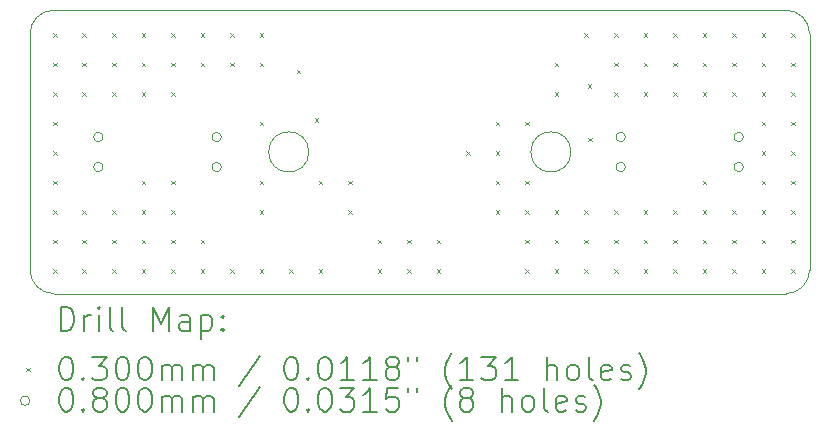
<source format=gbr>
%TF.GenerationSoftware,KiCad,Pcbnew,8.0.6*%
%TF.CreationDate,2025-03-21T23:17:01+00:00*%
%TF.ProjectId,imu_rc_car_encoders,696d755f-7263-45f6-9361-725f656e636f,rev?*%
%TF.SameCoordinates,Original*%
%TF.FileFunction,Drillmap*%
%TF.FilePolarity,Positive*%
%FSLAX45Y45*%
G04 Gerber Fmt 4.5, Leading zero omitted, Abs format (unit mm)*
G04 Created by KiCad (PCBNEW 8.0.6) date 2025-03-21 23:17:01*
%MOMM*%
%LPD*%
G01*
G04 APERTURE LIST*
%ADD10C,0.050000*%
%ADD11C,0.200000*%
%ADD12C,0.100000*%
G04 APERTURE END LIST*
D10*
X1441421Y-1241421D02*
X7641421Y-1241421D01*
X7641421Y-1241421D02*
G75*
G02*
X7841419Y-1441421I-1J-199999D01*
G01*
X3600991Y-2441431D02*
G75*
G02*
X3260991Y-2441431I-170000J0D01*
G01*
X3260991Y-2441431D02*
G75*
G02*
X3600991Y-2441431I170000J0D01*
G01*
X5820991Y-2441431D02*
G75*
G02*
X5480991Y-2441431I-170000J0D01*
G01*
X5480991Y-2441431D02*
G75*
G02*
X5820991Y-2441431I170000J0D01*
G01*
X1241421Y-3441421D02*
X1241421Y-1441421D01*
X1441421Y-3641421D02*
G75*
G02*
X1241419Y-3441421I-1J200001D01*
G01*
X1241421Y-1441421D02*
G75*
G02*
X1441421Y-1241421I200000J1D01*
G01*
X7841421Y-3441421D02*
G75*
G02*
X7641421Y-3641421I-200001J1D01*
G01*
X7841421Y-1441421D02*
X7841421Y-3441421D01*
X7641421Y-3641421D02*
X1441421Y-3641421D01*
D11*
D12*
X1435000Y-1435000D02*
X1465000Y-1465000D01*
X1465000Y-1435000D02*
X1435000Y-1465000D01*
X1435000Y-1685000D02*
X1465000Y-1715000D01*
X1465000Y-1685000D02*
X1435000Y-1715000D01*
X1435000Y-1935000D02*
X1465000Y-1965000D01*
X1465000Y-1935000D02*
X1435000Y-1965000D01*
X1435000Y-2185000D02*
X1465000Y-2215000D01*
X1465000Y-2185000D02*
X1435000Y-2215000D01*
X1435000Y-2435000D02*
X1465000Y-2465000D01*
X1465000Y-2435000D02*
X1435000Y-2465000D01*
X1435000Y-2685000D02*
X1465000Y-2715000D01*
X1465000Y-2685000D02*
X1435000Y-2715000D01*
X1435000Y-2935000D02*
X1465000Y-2965000D01*
X1465000Y-2935000D02*
X1435000Y-2965000D01*
X1435000Y-3185000D02*
X1465000Y-3215000D01*
X1465000Y-3185000D02*
X1435000Y-3215000D01*
X1435000Y-3435000D02*
X1465000Y-3465000D01*
X1465000Y-3435000D02*
X1435000Y-3465000D01*
X1685000Y-1435000D02*
X1715000Y-1465000D01*
X1715000Y-1435000D02*
X1685000Y-1465000D01*
X1685000Y-1685000D02*
X1715000Y-1715000D01*
X1715000Y-1685000D02*
X1685000Y-1715000D01*
X1685000Y-1935000D02*
X1715000Y-1965000D01*
X1715000Y-1935000D02*
X1685000Y-1965000D01*
X1685000Y-2935000D02*
X1715000Y-2965000D01*
X1715000Y-2935000D02*
X1685000Y-2965000D01*
X1685000Y-3185000D02*
X1715000Y-3215000D01*
X1715000Y-3185000D02*
X1685000Y-3215000D01*
X1685000Y-3435000D02*
X1715000Y-3465000D01*
X1715000Y-3435000D02*
X1685000Y-3465000D01*
X1935000Y-1435000D02*
X1965000Y-1465000D01*
X1965000Y-1435000D02*
X1935000Y-1465000D01*
X1935000Y-1685000D02*
X1965000Y-1715000D01*
X1965000Y-1685000D02*
X1935000Y-1715000D01*
X1935000Y-1935000D02*
X1965000Y-1965000D01*
X1965000Y-1935000D02*
X1935000Y-1965000D01*
X1935000Y-2935000D02*
X1965000Y-2965000D01*
X1965000Y-2935000D02*
X1935000Y-2965000D01*
X1935000Y-3185000D02*
X1965000Y-3215000D01*
X1965000Y-3185000D02*
X1935000Y-3215000D01*
X1935000Y-3435000D02*
X1965000Y-3465000D01*
X1965000Y-3435000D02*
X1935000Y-3465000D01*
X2185000Y-1435000D02*
X2215000Y-1465000D01*
X2215000Y-1435000D02*
X2185000Y-1465000D01*
X2185000Y-1685000D02*
X2215000Y-1715000D01*
X2215000Y-1685000D02*
X2185000Y-1715000D01*
X2185000Y-1935000D02*
X2215000Y-1965000D01*
X2215000Y-1935000D02*
X2185000Y-1965000D01*
X2185000Y-2685000D02*
X2215000Y-2715000D01*
X2215000Y-2685000D02*
X2185000Y-2715000D01*
X2185000Y-2935000D02*
X2215000Y-2965000D01*
X2215000Y-2935000D02*
X2185000Y-2965000D01*
X2185000Y-3185000D02*
X2215000Y-3215000D01*
X2215000Y-3185000D02*
X2185000Y-3215000D01*
X2185000Y-3435000D02*
X2215000Y-3465000D01*
X2215000Y-3435000D02*
X2185000Y-3465000D01*
X2435000Y-1435000D02*
X2465000Y-1465000D01*
X2465000Y-1435000D02*
X2435000Y-1465000D01*
X2435000Y-1685000D02*
X2465000Y-1715000D01*
X2465000Y-1685000D02*
X2435000Y-1715000D01*
X2435000Y-1935000D02*
X2465000Y-1965000D01*
X2465000Y-1935000D02*
X2435000Y-1965000D01*
X2435000Y-2685000D02*
X2465000Y-2715000D01*
X2465000Y-2685000D02*
X2435000Y-2715000D01*
X2435000Y-2935000D02*
X2465000Y-2965000D01*
X2465000Y-2935000D02*
X2435000Y-2965000D01*
X2435000Y-3185000D02*
X2465000Y-3215000D01*
X2465000Y-3185000D02*
X2435000Y-3215000D01*
X2435000Y-3435000D02*
X2465000Y-3465000D01*
X2465000Y-3435000D02*
X2435000Y-3465000D01*
X2685000Y-1435000D02*
X2715000Y-1465000D01*
X2715000Y-1435000D02*
X2685000Y-1465000D01*
X2685000Y-1685000D02*
X2715000Y-1715000D01*
X2715000Y-1685000D02*
X2685000Y-1715000D01*
X2685000Y-3185000D02*
X2715000Y-3215000D01*
X2715000Y-3185000D02*
X2685000Y-3215000D01*
X2685000Y-3435000D02*
X2715000Y-3465000D01*
X2715000Y-3435000D02*
X2685000Y-3465000D01*
X2935000Y-1435000D02*
X2965000Y-1465000D01*
X2965000Y-1435000D02*
X2935000Y-1465000D01*
X2935000Y-1685000D02*
X2965000Y-1715000D01*
X2965000Y-1685000D02*
X2935000Y-1715000D01*
X2935000Y-3435000D02*
X2965000Y-3465000D01*
X2965000Y-3435000D02*
X2935000Y-3465000D01*
X3185000Y-1435000D02*
X3215000Y-1465000D01*
X3215000Y-1435000D02*
X3185000Y-1465000D01*
X3185000Y-1685000D02*
X3215000Y-1715000D01*
X3215000Y-1685000D02*
X3185000Y-1715000D01*
X3185000Y-2185000D02*
X3215000Y-2215000D01*
X3215000Y-2185000D02*
X3185000Y-2215000D01*
X3185000Y-2685000D02*
X3215000Y-2715000D01*
X3215000Y-2685000D02*
X3185000Y-2715000D01*
X3185000Y-2935000D02*
X3215000Y-2965000D01*
X3215000Y-2935000D02*
X3185000Y-2965000D01*
X3185000Y-3435000D02*
X3215000Y-3465000D01*
X3215000Y-3435000D02*
X3185000Y-3465000D01*
X3435000Y-3435000D02*
X3465000Y-3465000D01*
X3465000Y-3435000D02*
X3435000Y-3465000D01*
X3498000Y-1747000D02*
X3528000Y-1777000D01*
X3528000Y-1747000D02*
X3498000Y-1777000D01*
X3651000Y-2157000D02*
X3681000Y-2187000D01*
X3681000Y-2157000D02*
X3651000Y-2187000D01*
X3685000Y-2685000D02*
X3715000Y-2715000D01*
X3715000Y-2685000D02*
X3685000Y-2715000D01*
X3685000Y-3435000D02*
X3715000Y-3465000D01*
X3715000Y-3435000D02*
X3685000Y-3465000D01*
X3935000Y-2685000D02*
X3965000Y-2715000D01*
X3965000Y-2685000D02*
X3935000Y-2715000D01*
X3935000Y-2935000D02*
X3965000Y-2965000D01*
X3965000Y-2935000D02*
X3935000Y-2965000D01*
X4185000Y-3185000D02*
X4215000Y-3215000D01*
X4215000Y-3185000D02*
X4185000Y-3215000D01*
X4185000Y-3435000D02*
X4215000Y-3465000D01*
X4215000Y-3435000D02*
X4185000Y-3465000D01*
X4435000Y-3185000D02*
X4465000Y-3215000D01*
X4465000Y-3185000D02*
X4435000Y-3215000D01*
X4435000Y-3435000D02*
X4465000Y-3465000D01*
X4465000Y-3435000D02*
X4435000Y-3465000D01*
X4685000Y-3185000D02*
X4715000Y-3215000D01*
X4715000Y-3185000D02*
X4685000Y-3215000D01*
X4685000Y-3435000D02*
X4715000Y-3465000D01*
X4715000Y-3435000D02*
X4685000Y-3465000D01*
X4935000Y-2435000D02*
X4965000Y-2465000D01*
X4965000Y-2435000D02*
X4935000Y-2465000D01*
X5185000Y-2185000D02*
X5215000Y-2215000D01*
X5215000Y-2185000D02*
X5185000Y-2215000D01*
X5185000Y-2435000D02*
X5215000Y-2465000D01*
X5215000Y-2435000D02*
X5185000Y-2465000D01*
X5185000Y-2685000D02*
X5215000Y-2715000D01*
X5215000Y-2685000D02*
X5185000Y-2715000D01*
X5185000Y-2935000D02*
X5215000Y-2965000D01*
X5215000Y-2935000D02*
X5185000Y-2965000D01*
X5435000Y-2185000D02*
X5465000Y-2215000D01*
X5465000Y-2185000D02*
X5435000Y-2215000D01*
X5435000Y-2685000D02*
X5465000Y-2715000D01*
X5465000Y-2685000D02*
X5435000Y-2715000D01*
X5435000Y-2935000D02*
X5465000Y-2965000D01*
X5465000Y-2935000D02*
X5435000Y-2965000D01*
X5435000Y-3185000D02*
X5465000Y-3215000D01*
X5465000Y-3185000D02*
X5435000Y-3215000D01*
X5435000Y-3435000D02*
X5465000Y-3465000D01*
X5465000Y-3435000D02*
X5435000Y-3465000D01*
X5685000Y-1685000D02*
X5715000Y-1715000D01*
X5715000Y-1685000D02*
X5685000Y-1715000D01*
X5685000Y-1935000D02*
X5715000Y-1965000D01*
X5715000Y-1935000D02*
X5685000Y-1965000D01*
X5685000Y-2935000D02*
X5715000Y-2965000D01*
X5715000Y-2935000D02*
X5685000Y-2965000D01*
X5685000Y-3185000D02*
X5715000Y-3215000D01*
X5715000Y-3185000D02*
X5685000Y-3215000D01*
X5685000Y-3435000D02*
X5715000Y-3465000D01*
X5715000Y-3435000D02*
X5685000Y-3465000D01*
X5935000Y-1435000D02*
X5965000Y-1465000D01*
X5965000Y-1435000D02*
X5935000Y-1465000D01*
X5935000Y-2935000D02*
X5965000Y-2965000D01*
X5965000Y-2935000D02*
X5935000Y-2965000D01*
X5935000Y-3185000D02*
X5965000Y-3215000D01*
X5965000Y-3185000D02*
X5935000Y-3215000D01*
X5935000Y-3435000D02*
X5965000Y-3465000D01*
X5965000Y-3435000D02*
X5935000Y-3465000D01*
X5961000Y-1869000D02*
X5991000Y-1899000D01*
X5991000Y-1869000D02*
X5961000Y-1899000D01*
X5967000Y-2323000D02*
X5997000Y-2353000D01*
X5997000Y-2323000D02*
X5967000Y-2353000D01*
X6185000Y-1435000D02*
X6215000Y-1465000D01*
X6215000Y-1435000D02*
X6185000Y-1465000D01*
X6185000Y-1685000D02*
X6215000Y-1715000D01*
X6215000Y-1685000D02*
X6185000Y-1715000D01*
X6185000Y-1935000D02*
X6215000Y-1965000D01*
X6215000Y-1935000D02*
X6185000Y-1965000D01*
X6185000Y-2935000D02*
X6215000Y-2965000D01*
X6215000Y-2935000D02*
X6185000Y-2965000D01*
X6185000Y-3185000D02*
X6215000Y-3215000D01*
X6215000Y-3185000D02*
X6185000Y-3215000D01*
X6185000Y-3435000D02*
X6215000Y-3465000D01*
X6215000Y-3435000D02*
X6185000Y-3465000D01*
X6435000Y-1435000D02*
X6465000Y-1465000D01*
X6465000Y-1435000D02*
X6435000Y-1465000D01*
X6435000Y-1685000D02*
X6465000Y-1715000D01*
X6465000Y-1685000D02*
X6435000Y-1715000D01*
X6435000Y-1935000D02*
X6465000Y-1965000D01*
X6465000Y-1935000D02*
X6435000Y-1965000D01*
X6435000Y-2935000D02*
X6465000Y-2965000D01*
X6465000Y-2935000D02*
X6435000Y-2965000D01*
X6435000Y-3185000D02*
X6465000Y-3215000D01*
X6465000Y-3185000D02*
X6435000Y-3215000D01*
X6435000Y-3435000D02*
X6465000Y-3465000D01*
X6465000Y-3435000D02*
X6435000Y-3465000D01*
X6685000Y-1435000D02*
X6715000Y-1465000D01*
X6715000Y-1435000D02*
X6685000Y-1465000D01*
X6685000Y-1685000D02*
X6715000Y-1715000D01*
X6715000Y-1685000D02*
X6685000Y-1715000D01*
X6685000Y-1935000D02*
X6715000Y-1965000D01*
X6715000Y-1935000D02*
X6685000Y-1965000D01*
X6685000Y-2935000D02*
X6715000Y-2965000D01*
X6715000Y-2935000D02*
X6685000Y-2965000D01*
X6685000Y-3185000D02*
X6715000Y-3215000D01*
X6715000Y-3185000D02*
X6685000Y-3215000D01*
X6685000Y-3435000D02*
X6715000Y-3465000D01*
X6715000Y-3435000D02*
X6685000Y-3465000D01*
X6935000Y-1435000D02*
X6965000Y-1465000D01*
X6965000Y-1435000D02*
X6935000Y-1465000D01*
X6935000Y-1685000D02*
X6965000Y-1715000D01*
X6965000Y-1685000D02*
X6935000Y-1715000D01*
X6935000Y-1935000D02*
X6965000Y-1965000D01*
X6965000Y-1935000D02*
X6935000Y-1965000D01*
X6935000Y-2685000D02*
X6965000Y-2715000D01*
X6965000Y-2685000D02*
X6935000Y-2715000D01*
X6935000Y-2935000D02*
X6965000Y-2965000D01*
X6965000Y-2935000D02*
X6935000Y-2965000D01*
X6935000Y-3185000D02*
X6965000Y-3215000D01*
X6965000Y-3185000D02*
X6935000Y-3215000D01*
X6935000Y-3435000D02*
X6965000Y-3465000D01*
X6965000Y-3435000D02*
X6935000Y-3465000D01*
X7185000Y-1435000D02*
X7215000Y-1465000D01*
X7215000Y-1435000D02*
X7185000Y-1465000D01*
X7185000Y-1685000D02*
X7215000Y-1715000D01*
X7215000Y-1685000D02*
X7185000Y-1715000D01*
X7185000Y-1935000D02*
X7215000Y-1965000D01*
X7215000Y-1935000D02*
X7185000Y-1965000D01*
X7185000Y-2935000D02*
X7215000Y-2965000D01*
X7215000Y-2935000D02*
X7185000Y-2965000D01*
X7185000Y-3185000D02*
X7215000Y-3215000D01*
X7215000Y-3185000D02*
X7185000Y-3215000D01*
X7185000Y-3435000D02*
X7215000Y-3465000D01*
X7215000Y-3435000D02*
X7185000Y-3465000D01*
X7435000Y-1435000D02*
X7465000Y-1465000D01*
X7465000Y-1435000D02*
X7435000Y-1465000D01*
X7435000Y-1685000D02*
X7465000Y-1715000D01*
X7465000Y-1685000D02*
X7435000Y-1715000D01*
X7435000Y-1935000D02*
X7465000Y-1965000D01*
X7465000Y-1935000D02*
X7435000Y-1965000D01*
X7435000Y-2185000D02*
X7465000Y-2215000D01*
X7465000Y-2185000D02*
X7435000Y-2215000D01*
X7435000Y-2435000D02*
X7465000Y-2465000D01*
X7465000Y-2435000D02*
X7435000Y-2465000D01*
X7435000Y-2685000D02*
X7465000Y-2715000D01*
X7465000Y-2685000D02*
X7435000Y-2715000D01*
X7435000Y-2935000D02*
X7465000Y-2965000D01*
X7465000Y-2935000D02*
X7435000Y-2965000D01*
X7435000Y-3185000D02*
X7465000Y-3215000D01*
X7465000Y-3185000D02*
X7435000Y-3215000D01*
X7435000Y-3435000D02*
X7465000Y-3465000D01*
X7465000Y-3435000D02*
X7435000Y-3465000D01*
X7685000Y-1435000D02*
X7715000Y-1465000D01*
X7715000Y-1435000D02*
X7685000Y-1465000D01*
X7685000Y-1685000D02*
X7715000Y-1715000D01*
X7715000Y-1685000D02*
X7685000Y-1715000D01*
X7685000Y-1935000D02*
X7715000Y-1965000D01*
X7715000Y-1935000D02*
X7685000Y-1965000D01*
X7685000Y-2185000D02*
X7715000Y-2215000D01*
X7715000Y-2185000D02*
X7685000Y-2215000D01*
X7685000Y-2435000D02*
X7715000Y-2465000D01*
X7715000Y-2435000D02*
X7685000Y-2465000D01*
X7685000Y-2685000D02*
X7715000Y-2715000D01*
X7715000Y-2685000D02*
X7685000Y-2715000D01*
X7685000Y-2935000D02*
X7715000Y-2965000D01*
X7715000Y-2935000D02*
X7685000Y-2965000D01*
X7685000Y-3185000D02*
X7715000Y-3215000D01*
X7715000Y-3185000D02*
X7685000Y-3215000D01*
X7685000Y-3435000D02*
X7715000Y-3465000D01*
X7715000Y-3435000D02*
X7685000Y-3465000D01*
X1860000Y-2315263D02*
G75*
G02*
X1780000Y-2315263I-40000J0D01*
G01*
X1780000Y-2315263D02*
G75*
G02*
X1860000Y-2315263I40000J0D01*
G01*
X1860000Y-2569263D02*
G75*
G02*
X1780000Y-2569263I-40000J0D01*
G01*
X1780000Y-2569263D02*
G75*
G02*
X1860000Y-2569263I40000J0D01*
G01*
X2860000Y-2315263D02*
G75*
G02*
X2780000Y-2315263I-40000J0D01*
G01*
X2780000Y-2315263D02*
G75*
G02*
X2860000Y-2315263I40000J0D01*
G01*
X2860000Y-2569263D02*
G75*
G02*
X2780000Y-2569263I-40000J0D01*
G01*
X2780000Y-2569263D02*
G75*
G02*
X2860000Y-2569263I40000J0D01*
G01*
X6280661Y-2315263D02*
G75*
G02*
X6200661Y-2315263I-40000J0D01*
G01*
X6200661Y-2315263D02*
G75*
G02*
X6280661Y-2315263I40000J0D01*
G01*
X6280661Y-2569263D02*
G75*
G02*
X6200661Y-2569263I-40000J0D01*
G01*
X6200661Y-2569263D02*
G75*
G02*
X6280661Y-2569263I40000J0D01*
G01*
X7280661Y-2315263D02*
G75*
G02*
X7200661Y-2315263I-40000J0D01*
G01*
X7200661Y-2315263D02*
G75*
G02*
X7280661Y-2315263I40000J0D01*
G01*
X7280661Y-2569263D02*
G75*
G02*
X7200661Y-2569263I-40000J0D01*
G01*
X7200661Y-2569263D02*
G75*
G02*
X7280661Y-2569263I40000J0D01*
G01*
D11*
X1499698Y-3955405D02*
X1499698Y-3755405D01*
X1499698Y-3755405D02*
X1547317Y-3755405D01*
X1547317Y-3755405D02*
X1575889Y-3764929D01*
X1575889Y-3764929D02*
X1594936Y-3783977D01*
X1594936Y-3783977D02*
X1604460Y-3803024D01*
X1604460Y-3803024D02*
X1613984Y-3841119D01*
X1613984Y-3841119D02*
X1613984Y-3869691D01*
X1613984Y-3869691D02*
X1604460Y-3907786D01*
X1604460Y-3907786D02*
X1594936Y-3926834D01*
X1594936Y-3926834D02*
X1575889Y-3945881D01*
X1575889Y-3945881D02*
X1547317Y-3955405D01*
X1547317Y-3955405D02*
X1499698Y-3955405D01*
X1699698Y-3955405D02*
X1699698Y-3822072D01*
X1699698Y-3860167D02*
X1709222Y-3841119D01*
X1709222Y-3841119D02*
X1718746Y-3831596D01*
X1718746Y-3831596D02*
X1737793Y-3822072D01*
X1737793Y-3822072D02*
X1756841Y-3822072D01*
X1823508Y-3955405D02*
X1823508Y-3822072D01*
X1823508Y-3755405D02*
X1813984Y-3764929D01*
X1813984Y-3764929D02*
X1823508Y-3774453D01*
X1823508Y-3774453D02*
X1833031Y-3764929D01*
X1833031Y-3764929D02*
X1823508Y-3755405D01*
X1823508Y-3755405D02*
X1823508Y-3774453D01*
X1947317Y-3955405D02*
X1928270Y-3945881D01*
X1928270Y-3945881D02*
X1918746Y-3926834D01*
X1918746Y-3926834D02*
X1918746Y-3755405D01*
X2052079Y-3955405D02*
X2033031Y-3945881D01*
X2033031Y-3945881D02*
X2023508Y-3926834D01*
X2023508Y-3926834D02*
X2023508Y-3755405D01*
X2280651Y-3955405D02*
X2280651Y-3755405D01*
X2280651Y-3755405D02*
X2347317Y-3898262D01*
X2347317Y-3898262D02*
X2413984Y-3755405D01*
X2413984Y-3755405D02*
X2413984Y-3955405D01*
X2594936Y-3955405D02*
X2594936Y-3850643D01*
X2594936Y-3850643D02*
X2585413Y-3831596D01*
X2585413Y-3831596D02*
X2566365Y-3822072D01*
X2566365Y-3822072D02*
X2528270Y-3822072D01*
X2528270Y-3822072D02*
X2509222Y-3831596D01*
X2594936Y-3945881D02*
X2575889Y-3955405D01*
X2575889Y-3955405D02*
X2528270Y-3955405D01*
X2528270Y-3955405D02*
X2509222Y-3945881D01*
X2509222Y-3945881D02*
X2499698Y-3926834D01*
X2499698Y-3926834D02*
X2499698Y-3907786D01*
X2499698Y-3907786D02*
X2509222Y-3888738D01*
X2509222Y-3888738D02*
X2528270Y-3879215D01*
X2528270Y-3879215D02*
X2575889Y-3879215D01*
X2575889Y-3879215D02*
X2594936Y-3869691D01*
X2690174Y-3822072D02*
X2690174Y-4022072D01*
X2690174Y-3831596D02*
X2709222Y-3822072D01*
X2709222Y-3822072D02*
X2747317Y-3822072D01*
X2747317Y-3822072D02*
X2766365Y-3831596D01*
X2766365Y-3831596D02*
X2775889Y-3841119D01*
X2775889Y-3841119D02*
X2785413Y-3860167D01*
X2785413Y-3860167D02*
X2785413Y-3917310D01*
X2785413Y-3917310D02*
X2775889Y-3936357D01*
X2775889Y-3936357D02*
X2766365Y-3945881D01*
X2766365Y-3945881D02*
X2747317Y-3955405D01*
X2747317Y-3955405D02*
X2709222Y-3955405D01*
X2709222Y-3955405D02*
X2690174Y-3945881D01*
X2871127Y-3936357D02*
X2880651Y-3945881D01*
X2880651Y-3945881D02*
X2871127Y-3955405D01*
X2871127Y-3955405D02*
X2861603Y-3945881D01*
X2861603Y-3945881D02*
X2871127Y-3936357D01*
X2871127Y-3936357D02*
X2871127Y-3955405D01*
X2871127Y-3831596D02*
X2880651Y-3841119D01*
X2880651Y-3841119D02*
X2871127Y-3850643D01*
X2871127Y-3850643D02*
X2861603Y-3841119D01*
X2861603Y-3841119D02*
X2871127Y-3831596D01*
X2871127Y-3831596D02*
X2871127Y-3850643D01*
D12*
X1208921Y-4268921D02*
X1238921Y-4298921D01*
X1238921Y-4268921D02*
X1208921Y-4298921D01*
D11*
X1537793Y-4175405D02*
X1556841Y-4175405D01*
X1556841Y-4175405D02*
X1575889Y-4184929D01*
X1575889Y-4184929D02*
X1585412Y-4194453D01*
X1585412Y-4194453D02*
X1594936Y-4213500D01*
X1594936Y-4213500D02*
X1604460Y-4251596D01*
X1604460Y-4251596D02*
X1604460Y-4299215D01*
X1604460Y-4299215D02*
X1594936Y-4337310D01*
X1594936Y-4337310D02*
X1585412Y-4356358D01*
X1585412Y-4356358D02*
X1575889Y-4365881D01*
X1575889Y-4365881D02*
X1556841Y-4375405D01*
X1556841Y-4375405D02*
X1537793Y-4375405D01*
X1537793Y-4375405D02*
X1518746Y-4365881D01*
X1518746Y-4365881D02*
X1509222Y-4356358D01*
X1509222Y-4356358D02*
X1499698Y-4337310D01*
X1499698Y-4337310D02*
X1490174Y-4299215D01*
X1490174Y-4299215D02*
X1490174Y-4251596D01*
X1490174Y-4251596D02*
X1499698Y-4213500D01*
X1499698Y-4213500D02*
X1509222Y-4194453D01*
X1509222Y-4194453D02*
X1518746Y-4184929D01*
X1518746Y-4184929D02*
X1537793Y-4175405D01*
X1690174Y-4356358D02*
X1699698Y-4365881D01*
X1699698Y-4365881D02*
X1690174Y-4375405D01*
X1690174Y-4375405D02*
X1680651Y-4365881D01*
X1680651Y-4365881D02*
X1690174Y-4356358D01*
X1690174Y-4356358D02*
X1690174Y-4375405D01*
X1766365Y-4175405D02*
X1890174Y-4175405D01*
X1890174Y-4175405D02*
X1823508Y-4251596D01*
X1823508Y-4251596D02*
X1852079Y-4251596D01*
X1852079Y-4251596D02*
X1871127Y-4261119D01*
X1871127Y-4261119D02*
X1880651Y-4270643D01*
X1880651Y-4270643D02*
X1890174Y-4289691D01*
X1890174Y-4289691D02*
X1890174Y-4337310D01*
X1890174Y-4337310D02*
X1880651Y-4356358D01*
X1880651Y-4356358D02*
X1871127Y-4365881D01*
X1871127Y-4365881D02*
X1852079Y-4375405D01*
X1852079Y-4375405D02*
X1794936Y-4375405D01*
X1794936Y-4375405D02*
X1775889Y-4365881D01*
X1775889Y-4365881D02*
X1766365Y-4356358D01*
X2013984Y-4175405D02*
X2033032Y-4175405D01*
X2033032Y-4175405D02*
X2052079Y-4184929D01*
X2052079Y-4184929D02*
X2061603Y-4194453D01*
X2061603Y-4194453D02*
X2071127Y-4213500D01*
X2071127Y-4213500D02*
X2080651Y-4251596D01*
X2080651Y-4251596D02*
X2080651Y-4299215D01*
X2080651Y-4299215D02*
X2071127Y-4337310D01*
X2071127Y-4337310D02*
X2061603Y-4356358D01*
X2061603Y-4356358D02*
X2052079Y-4365881D01*
X2052079Y-4365881D02*
X2033032Y-4375405D01*
X2033032Y-4375405D02*
X2013984Y-4375405D01*
X2013984Y-4375405D02*
X1994936Y-4365881D01*
X1994936Y-4365881D02*
X1985412Y-4356358D01*
X1985412Y-4356358D02*
X1975889Y-4337310D01*
X1975889Y-4337310D02*
X1966365Y-4299215D01*
X1966365Y-4299215D02*
X1966365Y-4251596D01*
X1966365Y-4251596D02*
X1975889Y-4213500D01*
X1975889Y-4213500D02*
X1985412Y-4194453D01*
X1985412Y-4194453D02*
X1994936Y-4184929D01*
X1994936Y-4184929D02*
X2013984Y-4175405D01*
X2204460Y-4175405D02*
X2223508Y-4175405D01*
X2223508Y-4175405D02*
X2242555Y-4184929D01*
X2242555Y-4184929D02*
X2252079Y-4194453D01*
X2252079Y-4194453D02*
X2261603Y-4213500D01*
X2261603Y-4213500D02*
X2271127Y-4251596D01*
X2271127Y-4251596D02*
X2271127Y-4299215D01*
X2271127Y-4299215D02*
X2261603Y-4337310D01*
X2261603Y-4337310D02*
X2252079Y-4356358D01*
X2252079Y-4356358D02*
X2242555Y-4365881D01*
X2242555Y-4365881D02*
X2223508Y-4375405D01*
X2223508Y-4375405D02*
X2204460Y-4375405D01*
X2204460Y-4375405D02*
X2185413Y-4365881D01*
X2185413Y-4365881D02*
X2175889Y-4356358D01*
X2175889Y-4356358D02*
X2166365Y-4337310D01*
X2166365Y-4337310D02*
X2156841Y-4299215D01*
X2156841Y-4299215D02*
X2156841Y-4251596D01*
X2156841Y-4251596D02*
X2166365Y-4213500D01*
X2166365Y-4213500D02*
X2175889Y-4194453D01*
X2175889Y-4194453D02*
X2185413Y-4184929D01*
X2185413Y-4184929D02*
X2204460Y-4175405D01*
X2356841Y-4375405D02*
X2356841Y-4242072D01*
X2356841Y-4261119D02*
X2366365Y-4251596D01*
X2366365Y-4251596D02*
X2385413Y-4242072D01*
X2385413Y-4242072D02*
X2413984Y-4242072D01*
X2413984Y-4242072D02*
X2433032Y-4251596D01*
X2433032Y-4251596D02*
X2442555Y-4270643D01*
X2442555Y-4270643D02*
X2442555Y-4375405D01*
X2442555Y-4270643D02*
X2452079Y-4251596D01*
X2452079Y-4251596D02*
X2471127Y-4242072D01*
X2471127Y-4242072D02*
X2499698Y-4242072D01*
X2499698Y-4242072D02*
X2518746Y-4251596D01*
X2518746Y-4251596D02*
X2528270Y-4270643D01*
X2528270Y-4270643D02*
X2528270Y-4375405D01*
X2623508Y-4375405D02*
X2623508Y-4242072D01*
X2623508Y-4261119D02*
X2633032Y-4251596D01*
X2633032Y-4251596D02*
X2652079Y-4242072D01*
X2652079Y-4242072D02*
X2680651Y-4242072D01*
X2680651Y-4242072D02*
X2699698Y-4251596D01*
X2699698Y-4251596D02*
X2709222Y-4270643D01*
X2709222Y-4270643D02*
X2709222Y-4375405D01*
X2709222Y-4270643D02*
X2718746Y-4251596D01*
X2718746Y-4251596D02*
X2737794Y-4242072D01*
X2737794Y-4242072D02*
X2766365Y-4242072D01*
X2766365Y-4242072D02*
X2785413Y-4251596D01*
X2785413Y-4251596D02*
X2794936Y-4270643D01*
X2794936Y-4270643D02*
X2794936Y-4375405D01*
X3185413Y-4165881D02*
X3013984Y-4423024D01*
X3442555Y-4175405D02*
X3461603Y-4175405D01*
X3461603Y-4175405D02*
X3480651Y-4184929D01*
X3480651Y-4184929D02*
X3490175Y-4194453D01*
X3490175Y-4194453D02*
X3499698Y-4213500D01*
X3499698Y-4213500D02*
X3509222Y-4251596D01*
X3509222Y-4251596D02*
X3509222Y-4299215D01*
X3509222Y-4299215D02*
X3499698Y-4337310D01*
X3499698Y-4337310D02*
X3490175Y-4356358D01*
X3490175Y-4356358D02*
X3480651Y-4365881D01*
X3480651Y-4365881D02*
X3461603Y-4375405D01*
X3461603Y-4375405D02*
X3442555Y-4375405D01*
X3442555Y-4375405D02*
X3423508Y-4365881D01*
X3423508Y-4365881D02*
X3413984Y-4356358D01*
X3413984Y-4356358D02*
X3404460Y-4337310D01*
X3404460Y-4337310D02*
X3394936Y-4299215D01*
X3394936Y-4299215D02*
X3394936Y-4251596D01*
X3394936Y-4251596D02*
X3404460Y-4213500D01*
X3404460Y-4213500D02*
X3413984Y-4194453D01*
X3413984Y-4194453D02*
X3423508Y-4184929D01*
X3423508Y-4184929D02*
X3442555Y-4175405D01*
X3594936Y-4356358D02*
X3604460Y-4365881D01*
X3604460Y-4365881D02*
X3594936Y-4375405D01*
X3594936Y-4375405D02*
X3585413Y-4365881D01*
X3585413Y-4365881D02*
X3594936Y-4356358D01*
X3594936Y-4356358D02*
X3594936Y-4375405D01*
X3728270Y-4175405D02*
X3747317Y-4175405D01*
X3747317Y-4175405D02*
X3766365Y-4184929D01*
X3766365Y-4184929D02*
X3775889Y-4194453D01*
X3775889Y-4194453D02*
X3785413Y-4213500D01*
X3785413Y-4213500D02*
X3794936Y-4251596D01*
X3794936Y-4251596D02*
X3794936Y-4299215D01*
X3794936Y-4299215D02*
X3785413Y-4337310D01*
X3785413Y-4337310D02*
X3775889Y-4356358D01*
X3775889Y-4356358D02*
X3766365Y-4365881D01*
X3766365Y-4365881D02*
X3747317Y-4375405D01*
X3747317Y-4375405D02*
X3728270Y-4375405D01*
X3728270Y-4375405D02*
X3709222Y-4365881D01*
X3709222Y-4365881D02*
X3699698Y-4356358D01*
X3699698Y-4356358D02*
X3690175Y-4337310D01*
X3690175Y-4337310D02*
X3680651Y-4299215D01*
X3680651Y-4299215D02*
X3680651Y-4251596D01*
X3680651Y-4251596D02*
X3690175Y-4213500D01*
X3690175Y-4213500D02*
X3699698Y-4194453D01*
X3699698Y-4194453D02*
X3709222Y-4184929D01*
X3709222Y-4184929D02*
X3728270Y-4175405D01*
X3985413Y-4375405D02*
X3871127Y-4375405D01*
X3928270Y-4375405D02*
X3928270Y-4175405D01*
X3928270Y-4175405D02*
X3909222Y-4203977D01*
X3909222Y-4203977D02*
X3890175Y-4223024D01*
X3890175Y-4223024D02*
X3871127Y-4232548D01*
X4175889Y-4375405D02*
X4061603Y-4375405D01*
X4118746Y-4375405D02*
X4118746Y-4175405D01*
X4118746Y-4175405D02*
X4099698Y-4203977D01*
X4099698Y-4203977D02*
X4080651Y-4223024D01*
X4080651Y-4223024D02*
X4061603Y-4232548D01*
X4290175Y-4261119D02*
X4271127Y-4251596D01*
X4271127Y-4251596D02*
X4261603Y-4242072D01*
X4261603Y-4242072D02*
X4252079Y-4223024D01*
X4252079Y-4223024D02*
X4252079Y-4213500D01*
X4252079Y-4213500D02*
X4261603Y-4194453D01*
X4261603Y-4194453D02*
X4271127Y-4184929D01*
X4271127Y-4184929D02*
X4290175Y-4175405D01*
X4290175Y-4175405D02*
X4328270Y-4175405D01*
X4328270Y-4175405D02*
X4347318Y-4184929D01*
X4347318Y-4184929D02*
X4356841Y-4194453D01*
X4356841Y-4194453D02*
X4366365Y-4213500D01*
X4366365Y-4213500D02*
X4366365Y-4223024D01*
X4366365Y-4223024D02*
X4356841Y-4242072D01*
X4356841Y-4242072D02*
X4347318Y-4251596D01*
X4347318Y-4251596D02*
X4328270Y-4261119D01*
X4328270Y-4261119D02*
X4290175Y-4261119D01*
X4290175Y-4261119D02*
X4271127Y-4270643D01*
X4271127Y-4270643D02*
X4261603Y-4280167D01*
X4261603Y-4280167D02*
X4252079Y-4299215D01*
X4252079Y-4299215D02*
X4252079Y-4337310D01*
X4252079Y-4337310D02*
X4261603Y-4356358D01*
X4261603Y-4356358D02*
X4271127Y-4365881D01*
X4271127Y-4365881D02*
X4290175Y-4375405D01*
X4290175Y-4375405D02*
X4328270Y-4375405D01*
X4328270Y-4375405D02*
X4347318Y-4365881D01*
X4347318Y-4365881D02*
X4356841Y-4356358D01*
X4356841Y-4356358D02*
X4366365Y-4337310D01*
X4366365Y-4337310D02*
X4366365Y-4299215D01*
X4366365Y-4299215D02*
X4356841Y-4280167D01*
X4356841Y-4280167D02*
X4347318Y-4270643D01*
X4347318Y-4270643D02*
X4328270Y-4261119D01*
X4442556Y-4175405D02*
X4442556Y-4213500D01*
X4518746Y-4175405D02*
X4518746Y-4213500D01*
X4813984Y-4451596D02*
X4804460Y-4442072D01*
X4804460Y-4442072D02*
X4785413Y-4413500D01*
X4785413Y-4413500D02*
X4775889Y-4394453D01*
X4775889Y-4394453D02*
X4766365Y-4365881D01*
X4766365Y-4365881D02*
X4756841Y-4318262D01*
X4756841Y-4318262D02*
X4756841Y-4280167D01*
X4756841Y-4280167D02*
X4766365Y-4232548D01*
X4766365Y-4232548D02*
X4775889Y-4203977D01*
X4775889Y-4203977D02*
X4785413Y-4184929D01*
X4785413Y-4184929D02*
X4804460Y-4156357D01*
X4804460Y-4156357D02*
X4813984Y-4146834D01*
X4994937Y-4375405D02*
X4880651Y-4375405D01*
X4937794Y-4375405D02*
X4937794Y-4175405D01*
X4937794Y-4175405D02*
X4918746Y-4203977D01*
X4918746Y-4203977D02*
X4899699Y-4223024D01*
X4899699Y-4223024D02*
X4880651Y-4232548D01*
X5061603Y-4175405D02*
X5185413Y-4175405D01*
X5185413Y-4175405D02*
X5118746Y-4251596D01*
X5118746Y-4251596D02*
X5147318Y-4251596D01*
X5147318Y-4251596D02*
X5166365Y-4261119D01*
X5166365Y-4261119D02*
X5175889Y-4270643D01*
X5175889Y-4270643D02*
X5185413Y-4289691D01*
X5185413Y-4289691D02*
X5185413Y-4337310D01*
X5185413Y-4337310D02*
X5175889Y-4356358D01*
X5175889Y-4356358D02*
X5166365Y-4365881D01*
X5166365Y-4365881D02*
X5147318Y-4375405D01*
X5147318Y-4375405D02*
X5090175Y-4375405D01*
X5090175Y-4375405D02*
X5071127Y-4365881D01*
X5071127Y-4365881D02*
X5061603Y-4356358D01*
X5375889Y-4375405D02*
X5261603Y-4375405D01*
X5318746Y-4375405D02*
X5318746Y-4175405D01*
X5318746Y-4175405D02*
X5299699Y-4203977D01*
X5299699Y-4203977D02*
X5280651Y-4223024D01*
X5280651Y-4223024D02*
X5261603Y-4232548D01*
X5613984Y-4375405D02*
X5613984Y-4175405D01*
X5699699Y-4375405D02*
X5699699Y-4270643D01*
X5699699Y-4270643D02*
X5690175Y-4251596D01*
X5690175Y-4251596D02*
X5671127Y-4242072D01*
X5671127Y-4242072D02*
X5642556Y-4242072D01*
X5642556Y-4242072D02*
X5623508Y-4251596D01*
X5623508Y-4251596D02*
X5613984Y-4261119D01*
X5823508Y-4375405D02*
X5804460Y-4365881D01*
X5804460Y-4365881D02*
X5794937Y-4356358D01*
X5794937Y-4356358D02*
X5785413Y-4337310D01*
X5785413Y-4337310D02*
X5785413Y-4280167D01*
X5785413Y-4280167D02*
X5794937Y-4261119D01*
X5794937Y-4261119D02*
X5804460Y-4251596D01*
X5804460Y-4251596D02*
X5823508Y-4242072D01*
X5823508Y-4242072D02*
X5852080Y-4242072D01*
X5852080Y-4242072D02*
X5871127Y-4251596D01*
X5871127Y-4251596D02*
X5880651Y-4261119D01*
X5880651Y-4261119D02*
X5890175Y-4280167D01*
X5890175Y-4280167D02*
X5890175Y-4337310D01*
X5890175Y-4337310D02*
X5880651Y-4356358D01*
X5880651Y-4356358D02*
X5871127Y-4365881D01*
X5871127Y-4365881D02*
X5852080Y-4375405D01*
X5852080Y-4375405D02*
X5823508Y-4375405D01*
X6004460Y-4375405D02*
X5985413Y-4365881D01*
X5985413Y-4365881D02*
X5975889Y-4346834D01*
X5975889Y-4346834D02*
X5975889Y-4175405D01*
X6156841Y-4365881D02*
X6137794Y-4375405D01*
X6137794Y-4375405D02*
X6099699Y-4375405D01*
X6099699Y-4375405D02*
X6080651Y-4365881D01*
X6080651Y-4365881D02*
X6071127Y-4346834D01*
X6071127Y-4346834D02*
X6071127Y-4270643D01*
X6071127Y-4270643D02*
X6080651Y-4251596D01*
X6080651Y-4251596D02*
X6099699Y-4242072D01*
X6099699Y-4242072D02*
X6137794Y-4242072D01*
X6137794Y-4242072D02*
X6156841Y-4251596D01*
X6156841Y-4251596D02*
X6166365Y-4270643D01*
X6166365Y-4270643D02*
X6166365Y-4289691D01*
X6166365Y-4289691D02*
X6071127Y-4308739D01*
X6242556Y-4365881D02*
X6261603Y-4375405D01*
X6261603Y-4375405D02*
X6299699Y-4375405D01*
X6299699Y-4375405D02*
X6318746Y-4365881D01*
X6318746Y-4365881D02*
X6328270Y-4346834D01*
X6328270Y-4346834D02*
X6328270Y-4337310D01*
X6328270Y-4337310D02*
X6318746Y-4318262D01*
X6318746Y-4318262D02*
X6299699Y-4308739D01*
X6299699Y-4308739D02*
X6271127Y-4308739D01*
X6271127Y-4308739D02*
X6252080Y-4299215D01*
X6252080Y-4299215D02*
X6242556Y-4280167D01*
X6242556Y-4280167D02*
X6242556Y-4270643D01*
X6242556Y-4270643D02*
X6252080Y-4251596D01*
X6252080Y-4251596D02*
X6271127Y-4242072D01*
X6271127Y-4242072D02*
X6299699Y-4242072D01*
X6299699Y-4242072D02*
X6318746Y-4251596D01*
X6394937Y-4451596D02*
X6404461Y-4442072D01*
X6404461Y-4442072D02*
X6423508Y-4413500D01*
X6423508Y-4413500D02*
X6433032Y-4394453D01*
X6433032Y-4394453D02*
X6442556Y-4365881D01*
X6442556Y-4365881D02*
X6452080Y-4318262D01*
X6452080Y-4318262D02*
X6452080Y-4280167D01*
X6452080Y-4280167D02*
X6442556Y-4232548D01*
X6442556Y-4232548D02*
X6433032Y-4203977D01*
X6433032Y-4203977D02*
X6423508Y-4184929D01*
X6423508Y-4184929D02*
X6404461Y-4156357D01*
X6404461Y-4156357D02*
X6394937Y-4146834D01*
D12*
X1238921Y-4547921D02*
G75*
G02*
X1158921Y-4547921I-40000J0D01*
G01*
X1158921Y-4547921D02*
G75*
G02*
X1238921Y-4547921I40000J0D01*
G01*
D11*
X1537793Y-4439405D02*
X1556841Y-4439405D01*
X1556841Y-4439405D02*
X1575889Y-4448929D01*
X1575889Y-4448929D02*
X1585412Y-4458453D01*
X1585412Y-4458453D02*
X1594936Y-4477500D01*
X1594936Y-4477500D02*
X1604460Y-4515596D01*
X1604460Y-4515596D02*
X1604460Y-4563215D01*
X1604460Y-4563215D02*
X1594936Y-4601310D01*
X1594936Y-4601310D02*
X1585412Y-4620358D01*
X1585412Y-4620358D02*
X1575889Y-4629881D01*
X1575889Y-4629881D02*
X1556841Y-4639405D01*
X1556841Y-4639405D02*
X1537793Y-4639405D01*
X1537793Y-4639405D02*
X1518746Y-4629881D01*
X1518746Y-4629881D02*
X1509222Y-4620358D01*
X1509222Y-4620358D02*
X1499698Y-4601310D01*
X1499698Y-4601310D02*
X1490174Y-4563215D01*
X1490174Y-4563215D02*
X1490174Y-4515596D01*
X1490174Y-4515596D02*
X1499698Y-4477500D01*
X1499698Y-4477500D02*
X1509222Y-4458453D01*
X1509222Y-4458453D02*
X1518746Y-4448929D01*
X1518746Y-4448929D02*
X1537793Y-4439405D01*
X1690174Y-4620358D02*
X1699698Y-4629881D01*
X1699698Y-4629881D02*
X1690174Y-4639405D01*
X1690174Y-4639405D02*
X1680651Y-4629881D01*
X1680651Y-4629881D02*
X1690174Y-4620358D01*
X1690174Y-4620358D02*
X1690174Y-4639405D01*
X1813984Y-4525119D02*
X1794936Y-4515596D01*
X1794936Y-4515596D02*
X1785412Y-4506072D01*
X1785412Y-4506072D02*
X1775889Y-4487024D01*
X1775889Y-4487024D02*
X1775889Y-4477500D01*
X1775889Y-4477500D02*
X1785412Y-4458453D01*
X1785412Y-4458453D02*
X1794936Y-4448929D01*
X1794936Y-4448929D02*
X1813984Y-4439405D01*
X1813984Y-4439405D02*
X1852079Y-4439405D01*
X1852079Y-4439405D02*
X1871127Y-4448929D01*
X1871127Y-4448929D02*
X1880651Y-4458453D01*
X1880651Y-4458453D02*
X1890174Y-4477500D01*
X1890174Y-4477500D02*
X1890174Y-4487024D01*
X1890174Y-4487024D02*
X1880651Y-4506072D01*
X1880651Y-4506072D02*
X1871127Y-4515596D01*
X1871127Y-4515596D02*
X1852079Y-4525119D01*
X1852079Y-4525119D02*
X1813984Y-4525119D01*
X1813984Y-4525119D02*
X1794936Y-4534643D01*
X1794936Y-4534643D02*
X1785412Y-4544167D01*
X1785412Y-4544167D02*
X1775889Y-4563215D01*
X1775889Y-4563215D02*
X1775889Y-4601310D01*
X1775889Y-4601310D02*
X1785412Y-4620358D01*
X1785412Y-4620358D02*
X1794936Y-4629881D01*
X1794936Y-4629881D02*
X1813984Y-4639405D01*
X1813984Y-4639405D02*
X1852079Y-4639405D01*
X1852079Y-4639405D02*
X1871127Y-4629881D01*
X1871127Y-4629881D02*
X1880651Y-4620358D01*
X1880651Y-4620358D02*
X1890174Y-4601310D01*
X1890174Y-4601310D02*
X1890174Y-4563215D01*
X1890174Y-4563215D02*
X1880651Y-4544167D01*
X1880651Y-4544167D02*
X1871127Y-4534643D01*
X1871127Y-4534643D02*
X1852079Y-4525119D01*
X2013984Y-4439405D02*
X2033032Y-4439405D01*
X2033032Y-4439405D02*
X2052079Y-4448929D01*
X2052079Y-4448929D02*
X2061603Y-4458453D01*
X2061603Y-4458453D02*
X2071127Y-4477500D01*
X2071127Y-4477500D02*
X2080651Y-4515596D01*
X2080651Y-4515596D02*
X2080651Y-4563215D01*
X2080651Y-4563215D02*
X2071127Y-4601310D01*
X2071127Y-4601310D02*
X2061603Y-4620358D01*
X2061603Y-4620358D02*
X2052079Y-4629881D01*
X2052079Y-4629881D02*
X2033032Y-4639405D01*
X2033032Y-4639405D02*
X2013984Y-4639405D01*
X2013984Y-4639405D02*
X1994936Y-4629881D01*
X1994936Y-4629881D02*
X1985412Y-4620358D01*
X1985412Y-4620358D02*
X1975889Y-4601310D01*
X1975889Y-4601310D02*
X1966365Y-4563215D01*
X1966365Y-4563215D02*
X1966365Y-4515596D01*
X1966365Y-4515596D02*
X1975889Y-4477500D01*
X1975889Y-4477500D02*
X1985412Y-4458453D01*
X1985412Y-4458453D02*
X1994936Y-4448929D01*
X1994936Y-4448929D02*
X2013984Y-4439405D01*
X2204460Y-4439405D02*
X2223508Y-4439405D01*
X2223508Y-4439405D02*
X2242555Y-4448929D01*
X2242555Y-4448929D02*
X2252079Y-4458453D01*
X2252079Y-4458453D02*
X2261603Y-4477500D01*
X2261603Y-4477500D02*
X2271127Y-4515596D01*
X2271127Y-4515596D02*
X2271127Y-4563215D01*
X2271127Y-4563215D02*
X2261603Y-4601310D01*
X2261603Y-4601310D02*
X2252079Y-4620358D01*
X2252079Y-4620358D02*
X2242555Y-4629881D01*
X2242555Y-4629881D02*
X2223508Y-4639405D01*
X2223508Y-4639405D02*
X2204460Y-4639405D01*
X2204460Y-4639405D02*
X2185413Y-4629881D01*
X2185413Y-4629881D02*
X2175889Y-4620358D01*
X2175889Y-4620358D02*
X2166365Y-4601310D01*
X2166365Y-4601310D02*
X2156841Y-4563215D01*
X2156841Y-4563215D02*
X2156841Y-4515596D01*
X2156841Y-4515596D02*
X2166365Y-4477500D01*
X2166365Y-4477500D02*
X2175889Y-4458453D01*
X2175889Y-4458453D02*
X2185413Y-4448929D01*
X2185413Y-4448929D02*
X2204460Y-4439405D01*
X2356841Y-4639405D02*
X2356841Y-4506072D01*
X2356841Y-4525119D02*
X2366365Y-4515596D01*
X2366365Y-4515596D02*
X2385413Y-4506072D01*
X2385413Y-4506072D02*
X2413984Y-4506072D01*
X2413984Y-4506072D02*
X2433032Y-4515596D01*
X2433032Y-4515596D02*
X2442555Y-4534643D01*
X2442555Y-4534643D02*
X2442555Y-4639405D01*
X2442555Y-4534643D02*
X2452079Y-4515596D01*
X2452079Y-4515596D02*
X2471127Y-4506072D01*
X2471127Y-4506072D02*
X2499698Y-4506072D01*
X2499698Y-4506072D02*
X2518746Y-4515596D01*
X2518746Y-4515596D02*
X2528270Y-4534643D01*
X2528270Y-4534643D02*
X2528270Y-4639405D01*
X2623508Y-4639405D02*
X2623508Y-4506072D01*
X2623508Y-4525119D02*
X2633032Y-4515596D01*
X2633032Y-4515596D02*
X2652079Y-4506072D01*
X2652079Y-4506072D02*
X2680651Y-4506072D01*
X2680651Y-4506072D02*
X2699698Y-4515596D01*
X2699698Y-4515596D02*
X2709222Y-4534643D01*
X2709222Y-4534643D02*
X2709222Y-4639405D01*
X2709222Y-4534643D02*
X2718746Y-4515596D01*
X2718746Y-4515596D02*
X2737794Y-4506072D01*
X2737794Y-4506072D02*
X2766365Y-4506072D01*
X2766365Y-4506072D02*
X2785413Y-4515596D01*
X2785413Y-4515596D02*
X2794936Y-4534643D01*
X2794936Y-4534643D02*
X2794936Y-4639405D01*
X3185413Y-4429881D02*
X3013984Y-4687024D01*
X3442555Y-4439405D02*
X3461603Y-4439405D01*
X3461603Y-4439405D02*
X3480651Y-4448929D01*
X3480651Y-4448929D02*
X3490175Y-4458453D01*
X3490175Y-4458453D02*
X3499698Y-4477500D01*
X3499698Y-4477500D02*
X3509222Y-4515596D01*
X3509222Y-4515596D02*
X3509222Y-4563215D01*
X3509222Y-4563215D02*
X3499698Y-4601310D01*
X3499698Y-4601310D02*
X3490175Y-4620358D01*
X3490175Y-4620358D02*
X3480651Y-4629881D01*
X3480651Y-4629881D02*
X3461603Y-4639405D01*
X3461603Y-4639405D02*
X3442555Y-4639405D01*
X3442555Y-4639405D02*
X3423508Y-4629881D01*
X3423508Y-4629881D02*
X3413984Y-4620358D01*
X3413984Y-4620358D02*
X3404460Y-4601310D01*
X3404460Y-4601310D02*
X3394936Y-4563215D01*
X3394936Y-4563215D02*
X3394936Y-4515596D01*
X3394936Y-4515596D02*
X3404460Y-4477500D01*
X3404460Y-4477500D02*
X3413984Y-4458453D01*
X3413984Y-4458453D02*
X3423508Y-4448929D01*
X3423508Y-4448929D02*
X3442555Y-4439405D01*
X3594936Y-4620358D02*
X3604460Y-4629881D01*
X3604460Y-4629881D02*
X3594936Y-4639405D01*
X3594936Y-4639405D02*
X3585413Y-4629881D01*
X3585413Y-4629881D02*
X3594936Y-4620358D01*
X3594936Y-4620358D02*
X3594936Y-4639405D01*
X3728270Y-4439405D02*
X3747317Y-4439405D01*
X3747317Y-4439405D02*
X3766365Y-4448929D01*
X3766365Y-4448929D02*
X3775889Y-4458453D01*
X3775889Y-4458453D02*
X3785413Y-4477500D01*
X3785413Y-4477500D02*
X3794936Y-4515596D01*
X3794936Y-4515596D02*
X3794936Y-4563215D01*
X3794936Y-4563215D02*
X3785413Y-4601310D01*
X3785413Y-4601310D02*
X3775889Y-4620358D01*
X3775889Y-4620358D02*
X3766365Y-4629881D01*
X3766365Y-4629881D02*
X3747317Y-4639405D01*
X3747317Y-4639405D02*
X3728270Y-4639405D01*
X3728270Y-4639405D02*
X3709222Y-4629881D01*
X3709222Y-4629881D02*
X3699698Y-4620358D01*
X3699698Y-4620358D02*
X3690175Y-4601310D01*
X3690175Y-4601310D02*
X3680651Y-4563215D01*
X3680651Y-4563215D02*
X3680651Y-4515596D01*
X3680651Y-4515596D02*
X3690175Y-4477500D01*
X3690175Y-4477500D02*
X3699698Y-4458453D01*
X3699698Y-4458453D02*
X3709222Y-4448929D01*
X3709222Y-4448929D02*
X3728270Y-4439405D01*
X3861603Y-4439405D02*
X3985413Y-4439405D01*
X3985413Y-4439405D02*
X3918746Y-4515596D01*
X3918746Y-4515596D02*
X3947317Y-4515596D01*
X3947317Y-4515596D02*
X3966365Y-4525119D01*
X3966365Y-4525119D02*
X3975889Y-4534643D01*
X3975889Y-4534643D02*
X3985413Y-4553691D01*
X3985413Y-4553691D02*
X3985413Y-4601310D01*
X3985413Y-4601310D02*
X3975889Y-4620358D01*
X3975889Y-4620358D02*
X3966365Y-4629881D01*
X3966365Y-4629881D02*
X3947317Y-4639405D01*
X3947317Y-4639405D02*
X3890175Y-4639405D01*
X3890175Y-4639405D02*
X3871127Y-4629881D01*
X3871127Y-4629881D02*
X3861603Y-4620358D01*
X4175889Y-4639405D02*
X4061603Y-4639405D01*
X4118746Y-4639405D02*
X4118746Y-4439405D01*
X4118746Y-4439405D02*
X4099698Y-4467977D01*
X4099698Y-4467977D02*
X4080651Y-4487024D01*
X4080651Y-4487024D02*
X4061603Y-4496548D01*
X4356841Y-4439405D02*
X4261603Y-4439405D01*
X4261603Y-4439405D02*
X4252079Y-4534643D01*
X4252079Y-4534643D02*
X4261603Y-4525119D01*
X4261603Y-4525119D02*
X4280651Y-4515596D01*
X4280651Y-4515596D02*
X4328270Y-4515596D01*
X4328270Y-4515596D02*
X4347318Y-4525119D01*
X4347318Y-4525119D02*
X4356841Y-4534643D01*
X4356841Y-4534643D02*
X4366365Y-4553691D01*
X4366365Y-4553691D02*
X4366365Y-4601310D01*
X4366365Y-4601310D02*
X4356841Y-4620358D01*
X4356841Y-4620358D02*
X4347318Y-4629881D01*
X4347318Y-4629881D02*
X4328270Y-4639405D01*
X4328270Y-4639405D02*
X4280651Y-4639405D01*
X4280651Y-4639405D02*
X4261603Y-4629881D01*
X4261603Y-4629881D02*
X4252079Y-4620358D01*
X4442556Y-4439405D02*
X4442556Y-4477500D01*
X4518746Y-4439405D02*
X4518746Y-4477500D01*
X4813984Y-4715596D02*
X4804460Y-4706072D01*
X4804460Y-4706072D02*
X4785413Y-4677500D01*
X4785413Y-4677500D02*
X4775889Y-4658453D01*
X4775889Y-4658453D02*
X4766365Y-4629881D01*
X4766365Y-4629881D02*
X4756841Y-4582262D01*
X4756841Y-4582262D02*
X4756841Y-4544167D01*
X4756841Y-4544167D02*
X4766365Y-4496548D01*
X4766365Y-4496548D02*
X4775889Y-4467977D01*
X4775889Y-4467977D02*
X4785413Y-4448929D01*
X4785413Y-4448929D02*
X4804460Y-4420358D01*
X4804460Y-4420358D02*
X4813984Y-4410834D01*
X4918746Y-4525119D02*
X4899699Y-4515596D01*
X4899699Y-4515596D02*
X4890175Y-4506072D01*
X4890175Y-4506072D02*
X4880651Y-4487024D01*
X4880651Y-4487024D02*
X4880651Y-4477500D01*
X4880651Y-4477500D02*
X4890175Y-4458453D01*
X4890175Y-4458453D02*
X4899699Y-4448929D01*
X4899699Y-4448929D02*
X4918746Y-4439405D01*
X4918746Y-4439405D02*
X4956841Y-4439405D01*
X4956841Y-4439405D02*
X4975889Y-4448929D01*
X4975889Y-4448929D02*
X4985413Y-4458453D01*
X4985413Y-4458453D02*
X4994937Y-4477500D01*
X4994937Y-4477500D02*
X4994937Y-4487024D01*
X4994937Y-4487024D02*
X4985413Y-4506072D01*
X4985413Y-4506072D02*
X4975889Y-4515596D01*
X4975889Y-4515596D02*
X4956841Y-4525119D01*
X4956841Y-4525119D02*
X4918746Y-4525119D01*
X4918746Y-4525119D02*
X4899699Y-4534643D01*
X4899699Y-4534643D02*
X4890175Y-4544167D01*
X4890175Y-4544167D02*
X4880651Y-4563215D01*
X4880651Y-4563215D02*
X4880651Y-4601310D01*
X4880651Y-4601310D02*
X4890175Y-4620358D01*
X4890175Y-4620358D02*
X4899699Y-4629881D01*
X4899699Y-4629881D02*
X4918746Y-4639405D01*
X4918746Y-4639405D02*
X4956841Y-4639405D01*
X4956841Y-4639405D02*
X4975889Y-4629881D01*
X4975889Y-4629881D02*
X4985413Y-4620358D01*
X4985413Y-4620358D02*
X4994937Y-4601310D01*
X4994937Y-4601310D02*
X4994937Y-4563215D01*
X4994937Y-4563215D02*
X4985413Y-4544167D01*
X4985413Y-4544167D02*
X4975889Y-4534643D01*
X4975889Y-4534643D02*
X4956841Y-4525119D01*
X5233032Y-4639405D02*
X5233032Y-4439405D01*
X5318746Y-4639405D02*
X5318746Y-4534643D01*
X5318746Y-4534643D02*
X5309222Y-4515596D01*
X5309222Y-4515596D02*
X5290175Y-4506072D01*
X5290175Y-4506072D02*
X5261603Y-4506072D01*
X5261603Y-4506072D02*
X5242556Y-4515596D01*
X5242556Y-4515596D02*
X5233032Y-4525119D01*
X5442556Y-4639405D02*
X5423508Y-4629881D01*
X5423508Y-4629881D02*
X5413984Y-4620358D01*
X5413984Y-4620358D02*
X5404461Y-4601310D01*
X5404461Y-4601310D02*
X5404461Y-4544167D01*
X5404461Y-4544167D02*
X5413984Y-4525119D01*
X5413984Y-4525119D02*
X5423508Y-4515596D01*
X5423508Y-4515596D02*
X5442556Y-4506072D01*
X5442556Y-4506072D02*
X5471127Y-4506072D01*
X5471127Y-4506072D02*
X5490175Y-4515596D01*
X5490175Y-4515596D02*
X5499699Y-4525119D01*
X5499699Y-4525119D02*
X5509222Y-4544167D01*
X5509222Y-4544167D02*
X5509222Y-4601310D01*
X5509222Y-4601310D02*
X5499699Y-4620358D01*
X5499699Y-4620358D02*
X5490175Y-4629881D01*
X5490175Y-4629881D02*
X5471127Y-4639405D01*
X5471127Y-4639405D02*
X5442556Y-4639405D01*
X5623508Y-4639405D02*
X5604460Y-4629881D01*
X5604460Y-4629881D02*
X5594937Y-4610834D01*
X5594937Y-4610834D02*
X5594937Y-4439405D01*
X5775889Y-4629881D02*
X5756841Y-4639405D01*
X5756841Y-4639405D02*
X5718746Y-4639405D01*
X5718746Y-4639405D02*
X5699699Y-4629881D01*
X5699699Y-4629881D02*
X5690175Y-4610834D01*
X5690175Y-4610834D02*
X5690175Y-4534643D01*
X5690175Y-4534643D02*
X5699699Y-4515596D01*
X5699699Y-4515596D02*
X5718746Y-4506072D01*
X5718746Y-4506072D02*
X5756841Y-4506072D01*
X5756841Y-4506072D02*
X5775889Y-4515596D01*
X5775889Y-4515596D02*
X5785413Y-4534643D01*
X5785413Y-4534643D02*
X5785413Y-4553691D01*
X5785413Y-4553691D02*
X5690175Y-4572739D01*
X5861603Y-4629881D02*
X5880651Y-4639405D01*
X5880651Y-4639405D02*
X5918746Y-4639405D01*
X5918746Y-4639405D02*
X5937794Y-4629881D01*
X5937794Y-4629881D02*
X5947318Y-4610834D01*
X5947318Y-4610834D02*
X5947318Y-4601310D01*
X5947318Y-4601310D02*
X5937794Y-4582262D01*
X5937794Y-4582262D02*
X5918746Y-4572739D01*
X5918746Y-4572739D02*
X5890175Y-4572739D01*
X5890175Y-4572739D02*
X5871127Y-4563215D01*
X5871127Y-4563215D02*
X5861603Y-4544167D01*
X5861603Y-4544167D02*
X5861603Y-4534643D01*
X5861603Y-4534643D02*
X5871127Y-4515596D01*
X5871127Y-4515596D02*
X5890175Y-4506072D01*
X5890175Y-4506072D02*
X5918746Y-4506072D01*
X5918746Y-4506072D02*
X5937794Y-4515596D01*
X6013984Y-4715596D02*
X6023508Y-4706072D01*
X6023508Y-4706072D02*
X6042556Y-4677500D01*
X6042556Y-4677500D02*
X6052080Y-4658453D01*
X6052080Y-4658453D02*
X6061603Y-4629881D01*
X6061603Y-4629881D02*
X6071127Y-4582262D01*
X6071127Y-4582262D02*
X6071127Y-4544167D01*
X6071127Y-4544167D02*
X6061603Y-4496548D01*
X6061603Y-4496548D02*
X6052080Y-4467977D01*
X6052080Y-4467977D02*
X6042556Y-4448929D01*
X6042556Y-4448929D02*
X6023508Y-4420358D01*
X6023508Y-4420358D02*
X6013984Y-4410834D01*
M02*

</source>
